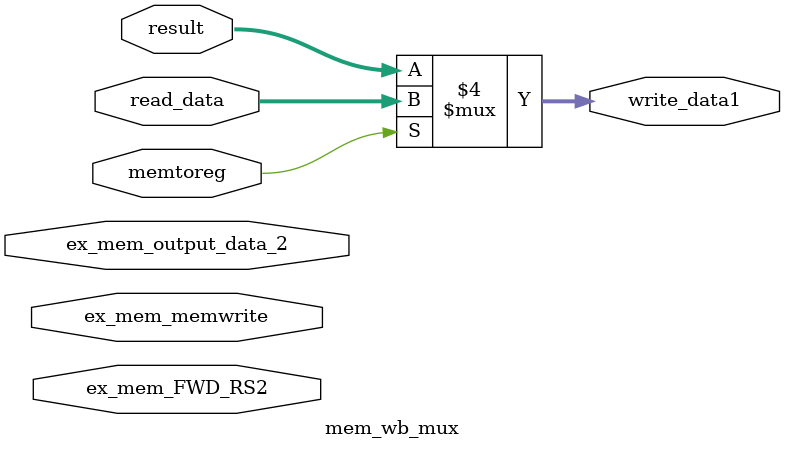
<source format=v>
`timescale 1ns / 1ps
module mem_wb_mux(

input [1:0]ex_mem_FWD_RS2,
input ex_mem_memwrite,
input [31:0] ex_mem_output_data_2,
input memtoreg,
input [31:0] read_data,
input [31:0] result,
output reg [31:0] write_data1
);

always @(*) begin
	if(memtoreg == 1)
	write_data1 = read_data;
	else
	write_data1 = result;
   
	
end

endmodule

</source>
